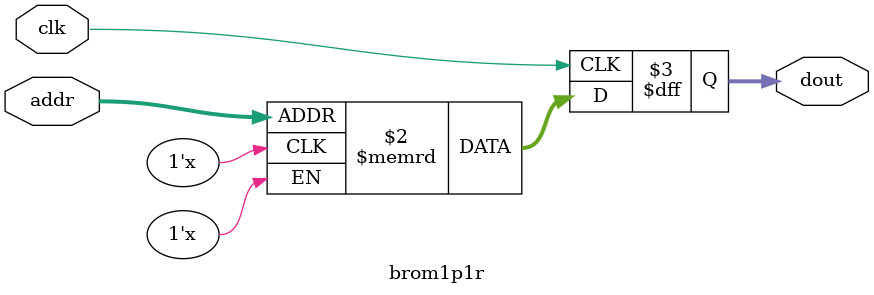
<source format=sv>


`include "wally-config.vh"

module brom1p1r
  #(
	//--------------------------------------------------------------------------
	parameter ADDR_WIDTH = 8,
	// Addr Width in bits : 2 **ADDR_WIDTH = RAM Depth
	parameter DATA_WIDTH = 32 // Data Width in bits
	//----------------------------------------------------------------------
	) (
	   input logic 					 clk,
	   input logic [ADDR_WIDTH-1:0]  addr,
	   output logic [DATA_WIDTH-1:0] dout
	   );
  // Core Memory
  logic [DATA_WIDTH-1:0] 			 ROM [(2**ADDR_WIDTH)-1:0];

  always @ (posedge clk) begin
	dout <= ROM[addr];    
  end
endmodule // bytewrite_tdp_ram_rf

</source>
